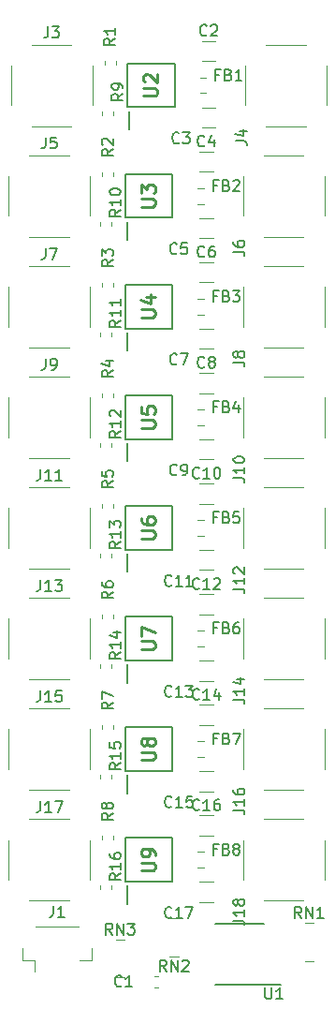
<source format=gto>
G04 #@! TF.GenerationSoftware,KiCad,Pcbnew,(5.1.5-0)*
G04 #@! TF.CreationDate,2021-01-22T06:44:32-07:00*
G04 #@! TF.ProjectId,pmos_board,706d6f73-5f62-46f6-9172-642e6b696361,rev?*
G04 #@! TF.SameCoordinates,Original*
G04 #@! TF.FileFunction,Legend,Top*
G04 #@! TF.FilePolarity,Positive*
%FSLAX46Y46*%
G04 Gerber Fmt 4.6, Leading zero omitted, Abs format (unit mm)*
G04 Created by KiCad (PCBNEW (5.1.5-0)) date 2021-01-22 06:44:32*
%MOMM*%
%LPD*%
G04 APERTURE LIST*
%ADD10C,0.120000*%
%ADD11C,0.200000*%
%ADD12C,0.150000*%
%ADD13C,0.254000*%
G04 APERTURE END LIST*
D10*
X131100000Y-152180000D02*
X130300000Y-152180000D01*
X131100000Y-155620000D02*
X130300000Y-155620000D01*
X130110000Y-143171267D02*
X130110000Y-142828733D01*
X129090000Y-143171267D02*
X129090000Y-142828733D01*
X130110000Y-133171267D02*
X130110000Y-132828733D01*
X129090000Y-133171267D02*
X129090000Y-132828733D01*
X130110000Y-123171267D02*
X130110000Y-122828733D01*
X129090000Y-123171267D02*
X129090000Y-122828733D01*
X130110000Y-113171267D02*
X130110000Y-112828733D01*
X129090000Y-113171267D02*
X129090000Y-112828733D01*
X130110000Y-103171267D02*
X130110000Y-102828733D01*
X129090000Y-103171267D02*
X129090000Y-102828733D01*
X130110000Y-93171267D02*
X130110000Y-92828733D01*
X129090000Y-93171267D02*
X129090000Y-92828733D01*
X130110000Y-83171267D02*
X130110000Y-82828733D01*
X129090000Y-83171267D02*
X129090000Y-82828733D01*
X130310000Y-73171267D02*
X130310000Y-72828733D01*
X129290000Y-73171267D02*
X129290000Y-72828733D01*
X138261252Y-144290000D02*
X137738748Y-144290000D01*
X138261252Y-145710000D02*
X137738748Y-145710000D01*
X138261252Y-134290000D02*
X137738748Y-134290000D01*
X138261252Y-135710000D02*
X137738748Y-135710000D01*
X138261252Y-124290000D02*
X137738748Y-124290000D01*
X138261252Y-125710000D02*
X137738748Y-125710000D01*
X138261252Y-114290000D02*
X137738748Y-114290000D01*
X138261252Y-115710000D02*
X137738748Y-115710000D01*
X138261252Y-104290000D02*
X137738748Y-104290000D01*
X138261252Y-105710000D02*
X137738748Y-105710000D01*
X138261252Y-94290000D02*
X137738748Y-94290000D01*
X138261252Y-95710000D02*
X137738748Y-95710000D01*
X138261252Y-84290000D02*
X137738748Y-84290000D01*
X138261252Y-85710000D02*
X137738748Y-85710000D01*
X138461252Y-74290000D02*
X137938748Y-74290000D01*
X138461252Y-75710000D02*
X137938748Y-75710000D01*
X137897936Y-148810000D02*
X139102064Y-148810000D01*
X137897936Y-146990000D02*
X139102064Y-146990000D01*
X137897936Y-142810000D02*
X139102064Y-142810000D01*
X137897936Y-140990000D02*
X139102064Y-140990000D01*
X137897936Y-138810000D02*
X139102064Y-138810000D01*
X137897936Y-136990000D02*
X139102064Y-136990000D01*
X137897936Y-132810000D02*
X139102064Y-132810000D01*
X137897936Y-130990000D02*
X139102064Y-130990000D01*
X137897936Y-128810000D02*
X139102064Y-128810000D01*
X137897936Y-126990000D02*
X139102064Y-126990000D01*
X137897936Y-122810000D02*
X139102064Y-122810000D01*
X137897936Y-120990000D02*
X139102064Y-120990000D01*
X137897936Y-118810000D02*
X139102064Y-118810000D01*
X137897936Y-116990000D02*
X139102064Y-116990000D01*
X137897936Y-112810000D02*
X139102064Y-112810000D01*
X137897936Y-110990000D02*
X139102064Y-110990000D01*
X137897936Y-108810000D02*
X139102064Y-108810000D01*
X137897936Y-106990000D02*
X139102064Y-106990000D01*
X137897936Y-102810000D02*
X139102064Y-102810000D01*
X137897936Y-100990000D02*
X139102064Y-100990000D01*
X137897936Y-98810000D02*
X139102064Y-98810000D01*
X137897936Y-96990000D02*
X139102064Y-96990000D01*
X137897936Y-92810000D02*
X139102064Y-92810000D01*
X137897936Y-90990000D02*
X139102064Y-90990000D01*
X137897936Y-88810000D02*
X139102064Y-88810000D01*
X137897936Y-86990000D02*
X139102064Y-86990000D01*
X137897936Y-82810000D02*
X139102064Y-82810000D01*
X137897936Y-80990000D02*
X139102064Y-80990000D01*
X138097936Y-78810000D02*
X139302064Y-78810000D01*
X138097936Y-76990000D02*
X139302064Y-76990000D01*
X138097936Y-72810000D02*
X139302064Y-72810000D01*
X138097936Y-70990000D02*
X139302064Y-70990000D01*
D11*
X131150000Y-146975000D02*
X131150000Y-143025000D01*
X131150000Y-143025000D02*
X135450000Y-143025000D01*
X135450000Y-143025000D02*
X135450000Y-146975000D01*
X135450000Y-146975000D02*
X131150000Y-146975000D01*
X131330000Y-148975000D02*
X131330000Y-147325000D01*
X131150000Y-136975000D02*
X131150000Y-133025000D01*
X131150000Y-133025000D02*
X135450000Y-133025000D01*
X135450000Y-133025000D02*
X135450000Y-136975000D01*
X135450000Y-136975000D02*
X131150000Y-136975000D01*
X131330000Y-138975000D02*
X131330000Y-137325000D01*
X131150000Y-126975000D02*
X131150000Y-123025000D01*
X131150000Y-123025000D02*
X135450000Y-123025000D01*
X135450000Y-123025000D02*
X135450000Y-126975000D01*
X135450000Y-126975000D02*
X131150000Y-126975000D01*
X131330000Y-128975000D02*
X131330000Y-127325000D01*
X131150000Y-116975000D02*
X131150000Y-113025000D01*
X131150000Y-113025000D02*
X135450000Y-113025000D01*
X135450000Y-113025000D02*
X135450000Y-116975000D01*
X135450000Y-116975000D02*
X131150000Y-116975000D01*
X131330000Y-118975000D02*
X131330000Y-117325000D01*
X131150000Y-106975000D02*
X131150000Y-103025000D01*
X131150000Y-103025000D02*
X135450000Y-103025000D01*
X135450000Y-103025000D02*
X135450000Y-106975000D01*
X135450000Y-106975000D02*
X131150000Y-106975000D01*
X131330000Y-108975000D02*
X131330000Y-107325000D01*
X131150000Y-96975000D02*
X131150000Y-93025000D01*
X131150000Y-93025000D02*
X135450000Y-93025000D01*
X135450000Y-93025000D02*
X135450000Y-96975000D01*
X135450000Y-96975000D02*
X131150000Y-96975000D01*
X131330000Y-98975000D02*
X131330000Y-97325000D01*
X131150000Y-86975000D02*
X131150000Y-83025000D01*
X131150000Y-83025000D02*
X135450000Y-83025000D01*
X135450000Y-83025000D02*
X135450000Y-86975000D01*
X135450000Y-86975000D02*
X131150000Y-86975000D01*
X131330000Y-88975000D02*
X131330000Y-87325000D01*
X131350000Y-76975000D02*
X131350000Y-73025000D01*
X131350000Y-73025000D02*
X135650000Y-73025000D01*
X135650000Y-73025000D02*
X135650000Y-76975000D01*
X135650000Y-76975000D02*
X131350000Y-76975000D01*
X131530000Y-78975000D02*
X131530000Y-77325000D01*
D10*
X135200000Y-153720000D02*
X136000000Y-153720000D01*
X135200000Y-150280000D02*
X136000000Y-150280000D01*
X148200000Y-150680000D02*
X147400000Y-150680000D01*
X148200000Y-154120000D02*
X147400000Y-154120000D01*
X128890000Y-147328733D02*
X128890000Y-147671267D01*
X129910000Y-147328733D02*
X129910000Y-147671267D01*
X128890000Y-137328733D02*
X128890000Y-137671267D01*
X129910000Y-137328733D02*
X129910000Y-137671267D01*
X128890000Y-127328733D02*
X128890000Y-127671267D01*
X129910000Y-127328733D02*
X129910000Y-127671267D01*
X128890000Y-117328733D02*
X128890000Y-117671267D01*
X129910000Y-117328733D02*
X129910000Y-117671267D01*
X128890000Y-107328733D02*
X128890000Y-107671267D01*
X129910000Y-107328733D02*
X129910000Y-107671267D01*
X128890000Y-97328733D02*
X128890000Y-97671267D01*
X129910000Y-97328733D02*
X129910000Y-97671267D01*
X128890000Y-87328733D02*
X128890000Y-87671267D01*
X129910000Y-87328733D02*
X129910000Y-87671267D01*
X129090000Y-77328733D02*
X129090000Y-77671267D01*
X130110000Y-77328733D02*
X130110000Y-77671267D01*
X123060000Y-150990000D02*
X126940000Y-150990000D01*
X128110000Y-154110000D02*
X127060000Y-154110000D01*
X128110000Y-152960000D02*
X128110000Y-154110000D01*
X122940000Y-154110000D02*
X122940000Y-155100000D01*
X121890000Y-154110000D02*
X122940000Y-154110000D01*
X121890000Y-152960000D02*
X121890000Y-154110000D01*
D12*
X145275000Y-156300000D02*
X139300000Y-156300000D01*
X143700000Y-150775000D02*
X139300000Y-150775000D01*
D10*
X141820000Y-146800000D02*
X141820000Y-143200000D01*
X149180000Y-146800000D02*
X149180000Y-143200000D01*
X143700000Y-141320000D02*
X147300000Y-141320000D01*
X143700000Y-148680000D02*
X147300000Y-148680000D01*
X122500000Y-141320000D02*
X126100000Y-141320000D01*
X122500000Y-148680000D02*
X126100000Y-148680000D01*
X127980000Y-143200000D02*
X127980000Y-146800000D01*
X120620000Y-143200000D02*
X120620000Y-146800000D01*
X141820000Y-136800000D02*
X141820000Y-133200000D01*
X149180000Y-136800000D02*
X149180000Y-133200000D01*
X143700000Y-131320000D02*
X147300000Y-131320000D01*
X143700000Y-138680000D02*
X147300000Y-138680000D01*
X122500000Y-131320000D02*
X126100000Y-131320000D01*
X122500000Y-138680000D02*
X126100000Y-138680000D01*
X127980000Y-133200000D02*
X127980000Y-136800000D01*
X120620000Y-133200000D02*
X120620000Y-136800000D01*
X141820000Y-126800000D02*
X141820000Y-123200000D01*
X149180000Y-126800000D02*
X149180000Y-123200000D01*
X143700000Y-121320000D02*
X147300000Y-121320000D01*
X143700000Y-128680000D02*
X147300000Y-128680000D01*
X122500000Y-121320000D02*
X126100000Y-121320000D01*
X122500000Y-128680000D02*
X126100000Y-128680000D01*
X127980000Y-123200000D02*
X127980000Y-126800000D01*
X120620000Y-123200000D02*
X120620000Y-126800000D01*
X141820000Y-116800000D02*
X141820000Y-113200000D01*
X149180000Y-116800000D02*
X149180000Y-113200000D01*
X143700000Y-111320000D02*
X147300000Y-111320000D01*
X143700000Y-118680000D02*
X147300000Y-118680000D01*
X122500000Y-111320000D02*
X126100000Y-111320000D01*
X122500000Y-118680000D02*
X126100000Y-118680000D01*
X127980000Y-113200000D02*
X127980000Y-116800000D01*
X120620000Y-113200000D02*
X120620000Y-116800000D01*
X141820000Y-106800000D02*
X141820000Y-103200000D01*
X149180000Y-106800000D02*
X149180000Y-103200000D01*
X143700000Y-101320000D02*
X147300000Y-101320000D01*
X143700000Y-108680000D02*
X147300000Y-108680000D01*
X122500000Y-101320000D02*
X126100000Y-101320000D01*
X122500000Y-108680000D02*
X126100000Y-108680000D01*
X127980000Y-103200000D02*
X127980000Y-106800000D01*
X120620000Y-103200000D02*
X120620000Y-106800000D01*
X141820000Y-96800000D02*
X141820000Y-93200000D01*
X149180000Y-96800000D02*
X149180000Y-93200000D01*
X143700000Y-91320000D02*
X147300000Y-91320000D01*
X143700000Y-98680000D02*
X147300000Y-98680000D01*
X122500000Y-91320000D02*
X126100000Y-91320000D01*
X122500000Y-98680000D02*
X126100000Y-98680000D01*
X127980000Y-93200000D02*
X127980000Y-96800000D01*
X120620000Y-93200000D02*
X120620000Y-96800000D01*
X141820000Y-86800000D02*
X141820000Y-83200000D01*
X149180000Y-86800000D02*
X149180000Y-83200000D01*
X143700000Y-81320000D02*
X147300000Y-81320000D01*
X143700000Y-88680000D02*
X147300000Y-88680000D01*
X122500000Y-81320000D02*
X126100000Y-81320000D01*
X122500000Y-88680000D02*
X126100000Y-88680000D01*
X127980000Y-83200000D02*
X127980000Y-86800000D01*
X120620000Y-83200000D02*
X120620000Y-86800000D01*
X142020000Y-76800000D02*
X142020000Y-73200000D01*
X149380000Y-76800000D02*
X149380000Y-73200000D01*
X143900000Y-71320000D02*
X147500000Y-71320000D01*
X143900000Y-78680000D02*
X147500000Y-78680000D01*
X122700000Y-71320000D02*
X126300000Y-71320000D01*
X122700000Y-78680000D02*
X126300000Y-78680000D01*
X128180000Y-73200000D02*
X128180000Y-76800000D01*
X120820000Y-73200000D02*
X120820000Y-76800000D01*
X133828733Y-156510000D02*
X134171267Y-156510000D01*
X133828733Y-155490000D02*
X134171267Y-155490000D01*
D12*
X130009523Y-151752380D02*
X129676190Y-151276190D01*
X129438095Y-151752380D02*
X129438095Y-150752380D01*
X129819047Y-150752380D01*
X129914285Y-150800000D01*
X129961904Y-150847619D01*
X130009523Y-150942857D01*
X130009523Y-151085714D01*
X129961904Y-151180952D01*
X129914285Y-151228571D01*
X129819047Y-151276190D01*
X129438095Y-151276190D01*
X130438095Y-151752380D02*
X130438095Y-150752380D01*
X131009523Y-151752380D01*
X131009523Y-150752380D01*
X131390476Y-150752380D02*
X132009523Y-150752380D01*
X131676190Y-151133333D01*
X131819047Y-151133333D01*
X131914285Y-151180952D01*
X131961904Y-151228571D01*
X132009523Y-151323809D01*
X132009523Y-151561904D01*
X131961904Y-151657142D01*
X131914285Y-151704761D01*
X131819047Y-151752380D01*
X131533333Y-151752380D01*
X131438095Y-151704761D01*
X131390476Y-151657142D01*
X130052380Y-140766666D02*
X129576190Y-141100000D01*
X130052380Y-141338095D02*
X129052380Y-141338095D01*
X129052380Y-140957142D01*
X129100000Y-140861904D01*
X129147619Y-140814285D01*
X129242857Y-140766666D01*
X129385714Y-140766666D01*
X129480952Y-140814285D01*
X129528571Y-140861904D01*
X129576190Y-140957142D01*
X129576190Y-141338095D01*
X129480952Y-140195238D02*
X129433333Y-140290476D01*
X129385714Y-140338095D01*
X129290476Y-140385714D01*
X129242857Y-140385714D01*
X129147619Y-140338095D01*
X129100000Y-140290476D01*
X129052380Y-140195238D01*
X129052380Y-140004761D01*
X129100000Y-139909523D01*
X129147619Y-139861904D01*
X129242857Y-139814285D01*
X129290476Y-139814285D01*
X129385714Y-139861904D01*
X129433333Y-139909523D01*
X129480952Y-140004761D01*
X129480952Y-140195238D01*
X129528571Y-140290476D01*
X129576190Y-140338095D01*
X129671428Y-140385714D01*
X129861904Y-140385714D01*
X129957142Y-140338095D01*
X130004761Y-140290476D01*
X130052380Y-140195238D01*
X130052380Y-140004761D01*
X130004761Y-139909523D01*
X129957142Y-139861904D01*
X129861904Y-139814285D01*
X129671428Y-139814285D01*
X129576190Y-139861904D01*
X129528571Y-139909523D01*
X129480952Y-140004761D01*
X130052380Y-130766666D02*
X129576190Y-131100000D01*
X130052380Y-131338095D02*
X129052380Y-131338095D01*
X129052380Y-130957142D01*
X129100000Y-130861904D01*
X129147619Y-130814285D01*
X129242857Y-130766666D01*
X129385714Y-130766666D01*
X129480952Y-130814285D01*
X129528571Y-130861904D01*
X129576190Y-130957142D01*
X129576190Y-131338095D01*
X129052380Y-130433333D02*
X129052380Y-129766666D01*
X130052380Y-130195238D01*
X130052380Y-120766666D02*
X129576190Y-121100000D01*
X130052380Y-121338095D02*
X129052380Y-121338095D01*
X129052380Y-120957142D01*
X129100000Y-120861904D01*
X129147619Y-120814285D01*
X129242857Y-120766666D01*
X129385714Y-120766666D01*
X129480952Y-120814285D01*
X129528571Y-120861904D01*
X129576190Y-120957142D01*
X129576190Y-121338095D01*
X129052380Y-119909523D02*
X129052380Y-120100000D01*
X129100000Y-120195238D01*
X129147619Y-120242857D01*
X129290476Y-120338095D01*
X129480952Y-120385714D01*
X129861904Y-120385714D01*
X129957142Y-120338095D01*
X130004761Y-120290476D01*
X130052380Y-120195238D01*
X130052380Y-120004761D01*
X130004761Y-119909523D01*
X129957142Y-119861904D01*
X129861904Y-119814285D01*
X129623809Y-119814285D01*
X129528571Y-119861904D01*
X129480952Y-119909523D01*
X129433333Y-120004761D01*
X129433333Y-120195238D01*
X129480952Y-120290476D01*
X129528571Y-120338095D01*
X129623809Y-120385714D01*
X130052380Y-110766666D02*
X129576190Y-111100000D01*
X130052380Y-111338095D02*
X129052380Y-111338095D01*
X129052380Y-110957142D01*
X129100000Y-110861904D01*
X129147619Y-110814285D01*
X129242857Y-110766666D01*
X129385714Y-110766666D01*
X129480952Y-110814285D01*
X129528571Y-110861904D01*
X129576190Y-110957142D01*
X129576190Y-111338095D01*
X129052380Y-109861904D02*
X129052380Y-110338095D01*
X129528571Y-110385714D01*
X129480952Y-110338095D01*
X129433333Y-110242857D01*
X129433333Y-110004761D01*
X129480952Y-109909523D01*
X129528571Y-109861904D01*
X129623809Y-109814285D01*
X129861904Y-109814285D01*
X129957142Y-109861904D01*
X130004761Y-109909523D01*
X130052380Y-110004761D01*
X130052380Y-110242857D01*
X130004761Y-110338095D01*
X129957142Y-110385714D01*
X130052380Y-100766666D02*
X129576190Y-101100000D01*
X130052380Y-101338095D02*
X129052380Y-101338095D01*
X129052380Y-100957142D01*
X129100000Y-100861904D01*
X129147619Y-100814285D01*
X129242857Y-100766666D01*
X129385714Y-100766666D01*
X129480952Y-100814285D01*
X129528571Y-100861904D01*
X129576190Y-100957142D01*
X129576190Y-101338095D01*
X129385714Y-99909523D02*
X130052380Y-99909523D01*
X129004761Y-100147619D02*
X129719047Y-100385714D01*
X129719047Y-99766666D01*
X130052380Y-90766666D02*
X129576190Y-91100000D01*
X130052380Y-91338095D02*
X129052380Y-91338095D01*
X129052380Y-90957142D01*
X129100000Y-90861904D01*
X129147619Y-90814285D01*
X129242857Y-90766666D01*
X129385714Y-90766666D01*
X129480952Y-90814285D01*
X129528571Y-90861904D01*
X129576190Y-90957142D01*
X129576190Y-91338095D01*
X129052380Y-90433333D02*
X129052380Y-89814285D01*
X129433333Y-90147619D01*
X129433333Y-90004761D01*
X129480952Y-89909523D01*
X129528571Y-89861904D01*
X129623809Y-89814285D01*
X129861904Y-89814285D01*
X129957142Y-89861904D01*
X130004761Y-89909523D01*
X130052380Y-90004761D01*
X130052380Y-90290476D01*
X130004761Y-90385714D01*
X129957142Y-90433333D01*
X130052380Y-80766666D02*
X129576190Y-81100000D01*
X130052380Y-81338095D02*
X129052380Y-81338095D01*
X129052380Y-80957142D01*
X129100000Y-80861904D01*
X129147619Y-80814285D01*
X129242857Y-80766666D01*
X129385714Y-80766666D01*
X129480952Y-80814285D01*
X129528571Y-80861904D01*
X129576190Y-80957142D01*
X129576190Y-81338095D01*
X129147619Y-80385714D02*
X129100000Y-80338095D01*
X129052380Y-80242857D01*
X129052380Y-80004761D01*
X129100000Y-79909523D01*
X129147619Y-79861904D01*
X129242857Y-79814285D01*
X129338095Y-79814285D01*
X129480952Y-79861904D01*
X130052380Y-80433333D01*
X130052380Y-79814285D01*
X130252380Y-70766666D02*
X129776190Y-71100000D01*
X130252380Y-71338095D02*
X129252380Y-71338095D01*
X129252380Y-70957142D01*
X129300000Y-70861904D01*
X129347619Y-70814285D01*
X129442857Y-70766666D01*
X129585714Y-70766666D01*
X129680952Y-70814285D01*
X129728571Y-70861904D01*
X129776190Y-70957142D01*
X129776190Y-71338095D01*
X130252380Y-69814285D02*
X130252380Y-70385714D01*
X130252380Y-70100000D02*
X129252380Y-70100000D01*
X129395238Y-70195238D01*
X129490476Y-70290476D01*
X129538095Y-70385714D01*
X139466666Y-144028571D02*
X139133333Y-144028571D01*
X139133333Y-144552380D02*
X139133333Y-143552380D01*
X139609523Y-143552380D01*
X140323809Y-144028571D02*
X140466666Y-144076190D01*
X140514285Y-144123809D01*
X140561904Y-144219047D01*
X140561904Y-144361904D01*
X140514285Y-144457142D01*
X140466666Y-144504761D01*
X140371428Y-144552380D01*
X139990476Y-144552380D01*
X139990476Y-143552380D01*
X140323809Y-143552380D01*
X140419047Y-143600000D01*
X140466666Y-143647619D01*
X140514285Y-143742857D01*
X140514285Y-143838095D01*
X140466666Y-143933333D01*
X140419047Y-143980952D01*
X140323809Y-144028571D01*
X139990476Y-144028571D01*
X141133333Y-143980952D02*
X141038095Y-143933333D01*
X140990476Y-143885714D01*
X140942857Y-143790476D01*
X140942857Y-143742857D01*
X140990476Y-143647619D01*
X141038095Y-143600000D01*
X141133333Y-143552380D01*
X141323809Y-143552380D01*
X141419047Y-143600000D01*
X141466666Y-143647619D01*
X141514285Y-143742857D01*
X141514285Y-143790476D01*
X141466666Y-143885714D01*
X141419047Y-143933333D01*
X141323809Y-143980952D01*
X141133333Y-143980952D01*
X141038095Y-144028571D01*
X140990476Y-144076190D01*
X140942857Y-144171428D01*
X140942857Y-144361904D01*
X140990476Y-144457142D01*
X141038095Y-144504761D01*
X141133333Y-144552380D01*
X141323809Y-144552380D01*
X141419047Y-144504761D01*
X141466666Y-144457142D01*
X141514285Y-144361904D01*
X141514285Y-144171428D01*
X141466666Y-144076190D01*
X141419047Y-144028571D01*
X141323809Y-143980952D01*
X139466666Y-134028571D02*
X139133333Y-134028571D01*
X139133333Y-134552380D02*
X139133333Y-133552380D01*
X139609523Y-133552380D01*
X140323809Y-134028571D02*
X140466666Y-134076190D01*
X140514285Y-134123809D01*
X140561904Y-134219047D01*
X140561904Y-134361904D01*
X140514285Y-134457142D01*
X140466666Y-134504761D01*
X140371428Y-134552380D01*
X139990476Y-134552380D01*
X139990476Y-133552380D01*
X140323809Y-133552380D01*
X140419047Y-133600000D01*
X140466666Y-133647619D01*
X140514285Y-133742857D01*
X140514285Y-133838095D01*
X140466666Y-133933333D01*
X140419047Y-133980952D01*
X140323809Y-134028571D01*
X139990476Y-134028571D01*
X140895238Y-133552380D02*
X141561904Y-133552380D01*
X141133333Y-134552380D01*
X139466666Y-124028571D02*
X139133333Y-124028571D01*
X139133333Y-124552380D02*
X139133333Y-123552380D01*
X139609523Y-123552380D01*
X140323809Y-124028571D02*
X140466666Y-124076190D01*
X140514285Y-124123809D01*
X140561904Y-124219047D01*
X140561904Y-124361904D01*
X140514285Y-124457142D01*
X140466666Y-124504761D01*
X140371428Y-124552380D01*
X139990476Y-124552380D01*
X139990476Y-123552380D01*
X140323809Y-123552380D01*
X140419047Y-123600000D01*
X140466666Y-123647619D01*
X140514285Y-123742857D01*
X140514285Y-123838095D01*
X140466666Y-123933333D01*
X140419047Y-123980952D01*
X140323809Y-124028571D01*
X139990476Y-124028571D01*
X141419047Y-123552380D02*
X141228571Y-123552380D01*
X141133333Y-123600000D01*
X141085714Y-123647619D01*
X140990476Y-123790476D01*
X140942857Y-123980952D01*
X140942857Y-124361904D01*
X140990476Y-124457142D01*
X141038095Y-124504761D01*
X141133333Y-124552380D01*
X141323809Y-124552380D01*
X141419047Y-124504761D01*
X141466666Y-124457142D01*
X141514285Y-124361904D01*
X141514285Y-124123809D01*
X141466666Y-124028571D01*
X141419047Y-123980952D01*
X141323809Y-123933333D01*
X141133333Y-123933333D01*
X141038095Y-123980952D01*
X140990476Y-124028571D01*
X140942857Y-124123809D01*
X139466666Y-114028571D02*
X139133333Y-114028571D01*
X139133333Y-114552380D02*
X139133333Y-113552380D01*
X139609523Y-113552380D01*
X140323809Y-114028571D02*
X140466666Y-114076190D01*
X140514285Y-114123809D01*
X140561904Y-114219047D01*
X140561904Y-114361904D01*
X140514285Y-114457142D01*
X140466666Y-114504761D01*
X140371428Y-114552380D01*
X139990476Y-114552380D01*
X139990476Y-113552380D01*
X140323809Y-113552380D01*
X140419047Y-113600000D01*
X140466666Y-113647619D01*
X140514285Y-113742857D01*
X140514285Y-113838095D01*
X140466666Y-113933333D01*
X140419047Y-113980952D01*
X140323809Y-114028571D01*
X139990476Y-114028571D01*
X141466666Y-113552380D02*
X140990476Y-113552380D01*
X140942857Y-114028571D01*
X140990476Y-113980952D01*
X141085714Y-113933333D01*
X141323809Y-113933333D01*
X141419047Y-113980952D01*
X141466666Y-114028571D01*
X141514285Y-114123809D01*
X141514285Y-114361904D01*
X141466666Y-114457142D01*
X141419047Y-114504761D01*
X141323809Y-114552380D01*
X141085714Y-114552380D01*
X140990476Y-114504761D01*
X140942857Y-114457142D01*
X139466666Y-104028571D02*
X139133333Y-104028571D01*
X139133333Y-104552380D02*
X139133333Y-103552380D01*
X139609523Y-103552380D01*
X140323809Y-104028571D02*
X140466666Y-104076190D01*
X140514285Y-104123809D01*
X140561904Y-104219047D01*
X140561904Y-104361904D01*
X140514285Y-104457142D01*
X140466666Y-104504761D01*
X140371428Y-104552380D01*
X139990476Y-104552380D01*
X139990476Y-103552380D01*
X140323809Y-103552380D01*
X140419047Y-103600000D01*
X140466666Y-103647619D01*
X140514285Y-103742857D01*
X140514285Y-103838095D01*
X140466666Y-103933333D01*
X140419047Y-103980952D01*
X140323809Y-104028571D01*
X139990476Y-104028571D01*
X141419047Y-103885714D02*
X141419047Y-104552380D01*
X141180952Y-103504761D02*
X140942857Y-104219047D01*
X141561904Y-104219047D01*
X139466666Y-94028571D02*
X139133333Y-94028571D01*
X139133333Y-94552380D02*
X139133333Y-93552380D01*
X139609523Y-93552380D01*
X140323809Y-94028571D02*
X140466666Y-94076190D01*
X140514285Y-94123809D01*
X140561904Y-94219047D01*
X140561904Y-94361904D01*
X140514285Y-94457142D01*
X140466666Y-94504761D01*
X140371428Y-94552380D01*
X139990476Y-94552380D01*
X139990476Y-93552380D01*
X140323809Y-93552380D01*
X140419047Y-93600000D01*
X140466666Y-93647619D01*
X140514285Y-93742857D01*
X140514285Y-93838095D01*
X140466666Y-93933333D01*
X140419047Y-93980952D01*
X140323809Y-94028571D01*
X139990476Y-94028571D01*
X140895238Y-93552380D02*
X141514285Y-93552380D01*
X141180952Y-93933333D01*
X141323809Y-93933333D01*
X141419047Y-93980952D01*
X141466666Y-94028571D01*
X141514285Y-94123809D01*
X141514285Y-94361904D01*
X141466666Y-94457142D01*
X141419047Y-94504761D01*
X141323809Y-94552380D01*
X141038095Y-94552380D01*
X140942857Y-94504761D01*
X140895238Y-94457142D01*
X139466666Y-84028571D02*
X139133333Y-84028571D01*
X139133333Y-84552380D02*
X139133333Y-83552380D01*
X139609523Y-83552380D01*
X140323809Y-84028571D02*
X140466666Y-84076190D01*
X140514285Y-84123809D01*
X140561904Y-84219047D01*
X140561904Y-84361904D01*
X140514285Y-84457142D01*
X140466666Y-84504761D01*
X140371428Y-84552380D01*
X139990476Y-84552380D01*
X139990476Y-83552380D01*
X140323809Y-83552380D01*
X140419047Y-83600000D01*
X140466666Y-83647619D01*
X140514285Y-83742857D01*
X140514285Y-83838095D01*
X140466666Y-83933333D01*
X140419047Y-83980952D01*
X140323809Y-84028571D01*
X139990476Y-84028571D01*
X140942857Y-83647619D02*
X140990476Y-83600000D01*
X141085714Y-83552380D01*
X141323809Y-83552380D01*
X141419047Y-83600000D01*
X141466666Y-83647619D01*
X141514285Y-83742857D01*
X141514285Y-83838095D01*
X141466666Y-83980952D01*
X140895238Y-84552380D01*
X141514285Y-84552380D01*
X139666666Y-74028571D02*
X139333333Y-74028571D01*
X139333333Y-74552380D02*
X139333333Y-73552380D01*
X139809523Y-73552380D01*
X140523809Y-74028571D02*
X140666666Y-74076190D01*
X140714285Y-74123809D01*
X140761904Y-74219047D01*
X140761904Y-74361904D01*
X140714285Y-74457142D01*
X140666666Y-74504761D01*
X140571428Y-74552380D01*
X140190476Y-74552380D01*
X140190476Y-73552380D01*
X140523809Y-73552380D01*
X140619047Y-73600000D01*
X140666666Y-73647619D01*
X140714285Y-73742857D01*
X140714285Y-73838095D01*
X140666666Y-73933333D01*
X140619047Y-73980952D01*
X140523809Y-74028571D01*
X140190476Y-74028571D01*
X141714285Y-74552380D02*
X141142857Y-74552380D01*
X141428571Y-74552380D02*
X141428571Y-73552380D01*
X141333333Y-73695238D01*
X141238095Y-73790476D01*
X141142857Y-73838095D01*
X135357142Y-150157142D02*
X135309523Y-150204761D01*
X135166666Y-150252380D01*
X135071428Y-150252380D01*
X134928571Y-150204761D01*
X134833333Y-150109523D01*
X134785714Y-150014285D01*
X134738095Y-149823809D01*
X134738095Y-149680952D01*
X134785714Y-149490476D01*
X134833333Y-149395238D01*
X134928571Y-149300000D01*
X135071428Y-149252380D01*
X135166666Y-149252380D01*
X135309523Y-149300000D01*
X135357142Y-149347619D01*
X136309523Y-150252380D02*
X135738095Y-150252380D01*
X136023809Y-150252380D02*
X136023809Y-149252380D01*
X135928571Y-149395238D01*
X135833333Y-149490476D01*
X135738095Y-149538095D01*
X136642857Y-149252380D02*
X137309523Y-149252380D01*
X136880952Y-150252380D01*
X137857142Y-140437142D02*
X137809523Y-140484761D01*
X137666666Y-140532380D01*
X137571428Y-140532380D01*
X137428571Y-140484761D01*
X137333333Y-140389523D01*
X137285714Y-140294285D01*
X137238095Y-140103809D01*
X137238095Y-139960952D01*
X137285714Y-139770476D01*
X137333333Y-139675238D01*
X137428571Y-139580000D01*
X137571428Y-139532380D01*
X137666666Y-139532380D01*
X137809523Y-139580000D01*
X137857142Y-139627619D01*
X138809523Y-140532380D02*
X138238095Y-140532380D01*
X138523809Y-140532380D02*
X138523809Y-139532380D01*
X138428571Y-139675238D01*
X138333333Y-139770476D01*
X138238095Y-139818095D01*
X139666666Y-139532380D02*
X139476190Y-139532380D01*
X139380952Y-139580000D01*
X139333333Y-139627619D01*
X139238095Y-139770476D01*
X139190476Y-139960952D01*
X139190476Y-140341904D01*
X139238095Y-140437142D01*
X139285714Y-140484761D01*
X139380952Y-140532380D01*
X139571428Y-140532380D01*
X139666666Y-140484761D01*
X139714285Y-140437142D01*
X139761904Y-140341904D01*
X139761904Y-140103809D01*
X139714285Y-140008571D01*
X139666666Y-139960952D01*
X139571428Y-139913333D01*
X139380952Y-139913333D01*
X139285714Y-139960952D01*
X139238095Y-140008571D01*
X139190476Y-140103809D01*
X135357142Y-140157142D02*
X135309523Y-140204761D01*
X135166666Y-140252380D01*
X135071428Y-140252380D01*
X134928571Y-140204761D01*
X134833333Y-140109523D01*
X134785714Y-140014285D01*
X134738095Y-139823809D01*
X134738095Y-139680952D01*
X134785714Y-139490476D01*
X134833333Y-139395238D01*
X134928571Y-139300000D01*
X135071428Y-139252380D01*
X135166666Y-139252380D01*
X135309523Y-139300000D01*
X135357142Y-139347619D01*
X136309523Y-140252380D02*
X135738095Y-140252380D01*
X136023809Y-140252380D02*
X136023809Y-139252380D01*
X135928571Y-139395238D01*
X135833333Y-139490476D01*
X135738095Y-139538095D01*
X137214285Y-139252380D02*
X136738095Y-139252380D01*
X136690476Y-139728571D01*
X136738095Y-139680952D01*
X136833333Y-139633333D01*
X137071428Y-139633333D01*
X137166666Y-139680952D01*
X137214285Y-139728571D01*
X137261904Y-139823809D01*
X137261904Y-140061904D01*
X137214285Y-140157142D01*
X137166666Y-140204761D01*
X137071428Y-140252380D01*
X136833333Y-140252380D01*
X136738095Y-140204761D01*
X136690476Y-140157142D01*
X137857142Y-130437142D02*
X137809523Y-130484761D01*
X137666666Y-130532380D01*
X137571428Y-130532380D01*
X137428571Y-130484761D01*
X137333333Y-130389523D01*
X137285714Y-130294285D01*
X137238095Y-130103809D01*
X137238095Y-129960952D01*
X137285714Y-129770476D01*
X137333333Y-129675238D01*
X137428571Y-129580000D01*
X137571428Y-129532380D01*
X137666666Y-129532380D01*
X137809523Y-129580000D01*
X137857142Y-129627619D01*
X138809523Y-130532380D02*
X138238095Y-130532380D01*
X138523809Y-130532380D02*
X138523809Y-129532380D01*
X138428571Y-129675238D01*
X138333333Y-129770476D01*
X138238095Y-129818095D01*
X139666666Y-129865714D02*
X139666666Y-130532380D01*
X139428571Y-129484761D02*
X139190476Y-130199047D01*
X139809523Y-130199047D01*
X135357142Y-130157142D02*
X135309523Y-130204761D01*
X135166666Y-130252380D01*
X135071428Y-130252380D01*
X134928571Y-130204761D01*
X134833333Y-130109523D01*
X134785714Y-130014285D01*
X134738095Y-129823809D01*
X134738095Y-129680952D01*
X134785714Y-129490476D01*
X134833333Y-129395238D01*
X134928571Y-129300000D01*
X135071428Y-129252380D01*
X135166666Y-129252380D01*
X135309523Y-129300000D01*
X135357142Y-129347619D01*
X136309523Y-130252380D02*
X135738095Y-130252380D01*
X136023809Y-130252380D02*
X136023809Y-129252380D01*
X135928571Y-129395238D01*
X135833333Y-129490476D01*
X135738095Y-129538095D01*
X136642857Y-129252380D02*
X137261904Y-129252380D01*
X136928571Y-129633333D01*
X137071428Y-129633333D01*
X137166666Y-129680952D01*
X137214285Y-129728571D01*
X137261904Y-129823809D01*
X137261904Y-130061904D01*
X137214285Y-130157142D01*
X137166666Y-130204761D01*
X137071428Y-130252380D01*
X136785714Y-130252380D01*
X136690476Y-130204761D01*
X136642857Y-130157142D01*
X137857142Y-120437142D02*
X137809523Y-120484761D01*
X137666666Y-120532380D01*
X137571428Y-120532380D01*
X137428571Y-120484761D01*
X137333333Y-120389523D01*
X137285714Y-120294285D01*
X137238095Y-120103809D01*
X137238095Y-119960952D01*
X137285714Y-119770476D01*
X137333333Y-119675238D01*
X137428571Y-119580000D01*
X137571428Y-119532380D01*
X137666666Y-119532380D01*
X137809523Y-119580000D01*
X137857142Y-119627619D01*
X138809523Y-120532380D02*
X138238095Y-120532380D01*
X138523809Y-120532380D02*
X138523809Y-119532380D01*
X138428571Y-119675238D01*
X138333333Y-119770476D01*
X138238095Y-119818095D01*
X139190476Y-119627619D02*
X139238095Y-119580000D01*
X139333333Y-119532380D01*
X139571428Y-119532380D01*
X139666666Y-119580000D01*
X139714285Y-119627619D01*
X139761904Y-119722857D01*
X139761904Y-119818095D01*
X139714285Y-119960952D01*
X139142857Y-120532380D01*
X139761904Y-120532380D01*
X135357142Y-120157142D02*
X135309523Y-120204761D01*
X135166666Y-120252380D01*
X135071428Y-120252380D01*
X134928571Y-120204761D01*
X134833333Y-120109523D01*
X134785714Y-120014285D01*
X134738095Y-119823809D01*
X134738095Y-119680952D01*
X134785714Y-119490476D01*
X134833333Y-119395238D01*
X134928571Y-119300000D01*
X135071428Y-119252380D01*
X135166666Y-119252380D01*
X135309523Y-119300000D01*
X135357142Y-119347619D01*
X136309523Y-120252380D02*
X135738095Y-120252380D01*
X136023809Y-120252380D02*
X136023809Y-119252380D01*
X135928571Y-119395238D01*
X135833333Y-119490476D01*
X135738095Y-119538095D01*
X137261904Y-120252380D02*
X136690476Y-120252380D01*
X136976190Y-120252380D02*
X136976190Y-119252380D01*
X136880952Y-119395238D01*
X136785714Y-119490476D01*
X136690476Y-119538095D01*
X137857142Y-110437142D02*
X137809523Y-110484761D01*
X137666666Y-110532380D01*
X137571428Y-110532380D01*
X137428571Y-110484761D01*
X137333333Y-110389523D01*
X137285714Y-110294285D01*
X137238095Y-110103809D01*
X137238095Y-109960952D01*
X137285714Y-109770476D01*
X137333333Y-109675238D01*
X137428571Y-109580000D01*
X137571428Y-109532380D01*
X137666666Y-109532380D01*
X137809523Y-109580000D01*
X137857142Y-109627619D01*
X138809523Y-110532380D02*
X138238095Y-110532380D01*
X138523809Y-110532380D02*
X138523809Y-109532380D01*
X138428571Y-109675238D01*
X138333333Y-109770476D01*
X138238095Y-109818095D01*
X139428571Y-109532380D02*
X139523809Y-109532380D01*
X139619047Y-109580000D01*
X139666666Y-109627619D01*
X139714285Y-109722857D01*
X139761904Y-109913333D01*
X139761904Y-110151428D01*
X139714285Y-110341904D01*
X139666666Y-110437142D01*
X139619047Y-110484761D01*
X139523809Y-110532380D01*
X139428571Y-110532380D01*
X139333333Y-110484761D01*
X139285714Y-110437142D01*
X139238095Y-110341904D01*
X139190476Y-110151428D01*
X139190476Y-109913333D01*
X139238095Y-109722857D01*
X139285714Y-109627619D01*
X139333333Y-109580000D01*
X139428571Y-109532380D01*
X135833333Y-110157142D02*
X135785714Y-110204761D01*
X135642857Y-110252380D01*
X135547619Y-110252380D01*
X135404761Y-110204761D01*
X135309523Y-110109523D01*
X135261904Y-110014285D01*
X135214285Y-109823809D01*
X135214285Y-109680952D01*
X135261904Y-109490476D01*
X135309523Y-109395238D01*
X135404761Y-109300000D01*
X135547619Y-109252380D01*
X135642857Y-109252380D01*
X135785714Y-109300000D01*
X135833333Y-109347619D01*
X136309523Y-110252380D02*
X136500000Y-110252380D01*
X136595238Y-110204761D01*
X136642857Y-110157142D01*
X136738095Y-110014285D01*
X136785714Y-109823809D01*
X136785714Y-109442857D01*
X136738095Y-109347619D01*
X136690476Y-109300000D01*
X136595238Y-109252380D01*
X136404761Y-109252380D01*
X136309523Y-109300000D01*
X136261904Y-109347619D01*
X136214285Y-109442857D01*
X136214285Y-109680952D01*
X136261904Y-109776190D01*
X136309523Y-109823809D01*
X136404761Y-109871428D01*
X136595238Y-109871428D01*
X136690476Y-109823809D01*
X136738095Y-109776190D01*
X136785714Y-109680952D01*
X138333333Y-100437142D02*
X138285714Y-100484761D01*
X138142857Y-100532380D01*
X138047619Y-100532380D01*
X137904761Y-100484761D01*
X137809523Y-100389523D01*
X137761904Y-100294285D01*
X137714285Y-100103809D01*
X137714285Y-99960952D01*
X137761904Y-99770476D01*
X137809523Y-99675238D01*
X137904761Y-99580000D01*
X138047619Y-99532380D01*
X138142857Y-99532380D01*
X138285714Y-99580000D01*
X138333333Y-99627619D01*
X138904761Y-99960952D02*
X138809523Y-99913333D01*
X138761904Y-99865714D01*
X138714285Y-99770476D01*
X138714285Y-99722857D01*
X138761904Y-99627619D01*
X138809523Y-99580000D01*
X138904761Y-99532380D01*
X139095238Y-99532380D01*
X139190476Y-99580000D01*
X139238095Y-99627619D01*
X139285714Y-99722857D01*
X139285714Y-99770476D01*
X139238095Y-99865714D01*
X139190476Y-99913333D01*
X139095238Y-99960952D01*
X138904761Y-99960952D01*
X138809523Y-100008571D01*
X138761904Y-100056190D01*
X138714285Y-100151428D01*
X138714285Y-100341904D01*
X138761904Y-100437142D01*
X138809523Y-100484761D01*
X138904761Y-100532380D01*
X139095238Y-100532380D01*
X139190476Y-100484761D01*
X139238095Y-100437142D01*
X139285714Y-100341904D01*
X139285714Y-100151428D01*
X139238095Y-100056190D01*
X139190476Y-100008571D01*
X139095238Y-99960952D01*
X135833333Y-100157142D02*
X135785714Y-100204761D01*
X135642857Y-100252380D01*
X135547619Y-100252380D01*
X135404761Y-100204761D01*
X135309523Y-100109523D01*
X135261904Y-100014285D01*
X135214285Y-99823809D01*
X135214285Y-99680952D01*
X135261904Y-99490476D01*
X135309523Y-99395238D01*
X135404761Y-99300000D01*
X135547619Y-99252380D01*
X135642857Y-99252380D01*
X135785714Y-99300000D01*
X135833333Y-99347619D01*
X136166666Y-99252380D02*
X136833333Y-99252380D01*
X136404761Y-100252380D01*
X138333333Y-90437142D02*
X138285714Y-90484761D01*
X138142857Y-90532380D01*
X138047619Y-90532380D01*
X137904761Y-90484761D01*
X137809523Y-90389523D01*
X137761904Y-90294285D01*
X137714285Y-90103809D01*
X137714285Y-89960952D01*
X137761904Y-89770476D01*
X137809523Y-89675238D01*
X137904761Y-89580000D01*
X138047619Y-89532380D01*
X138142857Y-89532380D01*
X138285714Y-89580000D01*
X138333333Y-89627619D01*
X139190476Y-89532380D02*
X139000000Y-89532380D01*
X138904761Y-89580000D01*
X138857142Y-89627619D01*
X138761904Y-89770476D01*
X138714285Y-89960952D01*
X138714285Y-90341904D01*
X138761904Y-90437142D01*
X138809523Y-90484761D01*
X138904761Y-90532380D01*
X139095238Y-90532380D01*
X139190476Y-90484761D01*
X139238095Y-90437142D01*
X139285714Y-90341904D01*
X139285714Y-90103809D01*
X139238095Y-90008571D01*
X139190476Y-89960952D01*
X139095238Y-89913333D01*
X138904761Y-89913333D01*
X138809523Y-89960952D01*
X138761904Y-90008571D01*
X138714285Y-90103809D01*
X135833333Y-90157142D02*
X135785714Y-90204761D01*
X135642857Y-90252380D01*
X135547619Y-90252380D01*
X135404761Y-90204761D01*
X135309523Y-90109523D01*
X135261904Y-90014285D01*
X135214285Y-89823809D01*
X135214285Y-89680952D01*
X135261904Y-89490476D01*
X135309523Y-89395238D01*
X135404761Y-89300000D01*
X135547619Y-89252380D01*
X135642857Y-89252380D01*
X135785714Y-89300000D01*
X135833333Y-89347619D01*
X136738095Y-89252380D02*
X136261904Y-89252380D01*
X136214285Y-89728571D01*
X136261904Y-89680952D01*
X136357142Y-89633333D01*
X136595238Y-89633333D01*
X136690476Y-89680952D01*
X136738095Y-89728571D01*
X136785714Y-89823809D01*
X136785714Y-90061904D01*
X136738095Y-90157142D01*
X136690476Y-90204761D01*
X136595238Y-90252380D01*
X136357142Y-90252380D01*
X136261904Y-90204761D01*
X136214285Y-90157142D01*
X138333333Y-80437142D02*
X138285714Y-80484761D01*
X138142857Y-80532380D01*
X138047619Y-80532380D01*
X137904761Y-80484761D01*
X137809523Y-80389523D01*
X137761904Y-80294285D01*
X137714285Y-80103809D01*
X137714285Y-79960952D01*
X137761904Y-79770476D01*
X137809523Y-79675238D01*
X137904761Y-79580000D01*
X138047619Y-79532380D01*
X138142857Y-79532380D01*
X138285714Y-79580000D01*
X138333333Y-79627619D01*
X139190476Y-79865714D02*
X139190476Y-80532380D01*
X138952380Y-79484761D02*
X138714285Y-80199047D01*
X139333333Y-80199047D01*
X136033333Y-80157142D02*
X135985714Y-80204761D01*
X135842857Y-80252380D01*
X135747619Y-80252380D01*
X135604761Y-80204761D01*
X135509523Y-80109523D01*
X135461904Y-80014285D01*
X135414285Y-79823809D01*
X135414285Y-79680952D01*
X135461904Y-79490476D01*
X135509523Y-79395238D01*
X135604761Y-79300000D01*
X135747619Y-79252380D01*
X135842857Y-79252380D01*
X135985714Y-79300000D01*
X136033333Y-79347619D01*
X136366666Y-79252380D02*
X136985714Y-79252380D01*
X136652380Y-79633333D01*
X136795238Y-79633333D01*
X136890476Y-79680952D01*
X136938095Y-79728571D01*
X136985714Y-79823809D01*
X136985714Y-80061904D01*
X136938095Y-80157142D01*
X136890476Y-80204761D01*
X136795238Y-80252380D01*
X136509523Y-80252380D01*
X136414285Y-80204761D01*
X136366666Y-80157142D01*
X138533333Y-70437142D02*
X138485714Y-70484761D01*
X138342857Y-70532380D01*
X138247619Y-70532380D01*
X138104761Y-70484761D01*
X138009523Y-70389523D01*
X137961904Y-70294285D01*
X137914285Y-70103809D01*
X137914285Y-69960952D01*
X137961904Y-69770476D01*
X138009523Y-69675238D01*
X138104761Y-69580000D01*
X138247619Y-69532380D01*
X138342857Y-69532380D01*
X138485714Y-69580000D01*
X138533333Y-69627619D01*
X138914285Y-69627619D02*
X138961904Y-69580000D01*
X139057142Y-69532380D01*
X139295238Y-69532380D01*
X139390476Y-69580000D01*
X139438095Y-69627619D01*
X139485714Y-69722857D01*
X139485714Y-69818095D01*
X139438095Y-69960952D01*
X138866666Y-70532380D01*
X139485714Y-70532380D01*
D13*
X132604523Y-145967619D02*
X133632619Y-145967619D01*
X133753571Y-145907142D01*
X133814047Y-145846666D01*
X133874523Y-145725714D01*
X133874523Y-145483809D01*
X133814047Y-145362857D01*
X133753571Y-145302380D01*
X133632619Y-145241904D01*
X132604523Y-145241904D01*
X133874523Y-144576666D02*
X133874523Y-144334761D01*
X133814047Y-144213809D01*
X133753571Y-144153333D01*
X133572142Y-144032380D01*
X133330238Y-143971904D01*
X132846428Y-143971904D01*
X132725476Y-144032380D01*
X132665000Y-144092857D01*
X132604523Y-144213809D01*
X132604523Y-144455714D01*
X132665000Y-144576666D01*
X132725476Y-144637142D01*
X132846428Y-144697619D01*
X133148809Y-144697619D01*
X133269761Y-144637142D01*
X133330238Y-144576666D01*
X133390714Y-144455714D01*
X133390714Y-144213809D01*
X133330238Y-144092857D01*
X133269761Y-144032380D01*
X133148809Y-143971904D01*
X132604523Y-135967619D02*
X133632619Y-135967619D01*
X133753571Y-135907142D01*
X133814047Y-135846666D01*
X133874523Y-135725714D01*
X133874523Y-135483809D01*
X133814047Y-135362857D01*
X133753571Y-135302380D01*
X133632619Y-135241904D01*
X132604523Y-135241904D01*
X133148809Y-134455714D02*
X133088333Y-134576666D01*
X133027857Y-134637142D01*
X132906904Y-134697619D01*
X132846428Y-134697619D01*
X132725476Y-134637142D01*
X132665000Y-134576666D01*
X132604523Y-134455714D01*
X132604523Y-134213809D01*
X132665000Y-134092857D01*
X132725476Y-134032380D01*
X132846428Y-133971904D01*
X132906904Y-133971904D01*
X133027857Y-134032380D01*
X133088333Y-134092857D01*
X133148809Y-134213809D01*
X133148809Y-134455714D01*
X133209285Y-134576666D01*
X133269761Y-134637142D01*
X133390714Y-134697619D01*
X133632619Y-134697619D01*
X133753571Y-134637142D01*
X133814047Y-134576666D01*
X133874523Y-134455714D01*
X133874523Y-134213809D01*
X133814047Y-134092857D01*
X133753571Y-134032380D01*
X133632619Y-133971904D01*
X133390714Y-133971904D01*
X133269761Y-134032380D01*
X133209285Y-134092857D01*
X133148809Y-134213809D01*
X132604523Y-125967619D02*
X133632619Y-125967619D01*
X133753571Y-125907142D01*
X133814047Y-125846666D01*
X133874523Y-125725714D01*
X133874523Y-125483809D01*
X133814047Y-125362857D01*
X133753571Y-125302380D01*
X133632619Y-125241904D01*
X132604523Y-125241904D01*
X132604523Y-124758095D02*
X132604523Y-123911428D01*
X133874523Y-124455714D01*
X132604523Y-115967619D02*
X133632619Y-115967619D01*
X133753571Y-115907142D01*
X133814047Y-115846666D01*
X133874523Y-115725714D01*
X133874523Y-115483809D01*
X133814047Y-115362857D01*
X133753571Y-115302380D01*
X133632619Y-115241904D01*
X132604523Y-115241904D01*
X132604523Y-114092857D02*
X132604523Y-114334761D01*
X132665000Y-114455714D01*
X132725476Y-114516190D01*
X132906904Y-114637142D01*
X133148809Y-114697619D01*
X133632619Y-114697619D01*
X133753571Y-114637142D01*
X133814047Y-114576666D01*
X133874523Y-114455714D01*
X133874523Y-114213809D01*
X133814047Y-114092857D01*
X133753571Y-114032380D01*
X133632619Y-113971904D01*
X133330238Y-113971904D01*
X133209285Y-114032380D01*
X133148809Y-114092857D01*
X133088333Y-114213809D01*
X133088333Y-114455714D01*
X133148809Y-114576666D01*
X133209285Y-114637142D01*
X133330238Y-114697619D01*
X132604523Y-105967619D02*
X133632619Y-105967619D01*
X133753571Y-105907142D01*
X133814047Y-105846666D01*
X133874523Y-105725714D01*
X133874523Y-105483809D01*
X133814047Y-105362857D01*
X133753571Y-105302380D01*
X133632619Y-105241904D01*
X132604523Y-105241904D01*
X132604523Y-104032380D02*
X132604523Y-104637142D01*
X133209285Y-104697619D01*
X133148809Y-104637142D01*
X133088333Y-104516190D01*
X133088333Y-104213809D01*
X133148809Y-104092857D01*
X133209285Y-104032380D01*
X133330238Y-103971904D01*
X133632619Y-103971904D01*
X133753571Y-104032380D01*
X133814047Y-104092857D01*
X133874523Y-104213809D01*
X133874523Y-104516190D01*
X133814047Y-104637142D01*
X133753571Y-104697619D01*
X132604523Y-95967619D02*
X133632619Y-95967619D01*
X133753571Y-95907142D01*
X133814047Y-95846666D01*
X133874523Y-95725714D01*
X133874523Y-95483809D01*
X133814047Y-95362857D01*
X133753571Y-95302380D01*
X133632619Y-95241904D01*
X132604523Y-95241904D01*
X133027857Y-94092857D02*
X133874523Y-94092857D01*
X132544047Y-94395238D02*
X133451190Y-94697619D01*
X133451190Y-93911428D01*
X132604523Y-85967619D02*
X133632619Y-85967619D01*
X133753571Y-85907142D01*
X133814047Y-85846666D01*
X133874523Y-85725714D01*
X133874523Y-85483809D01*
X133814047Y-85362857D01*
X133753571Y-85302380D01*
X133632619Y-85241904D01*
X132604523Y-85241904D01*
X132604523Y-84758095D02*
X132604523Y-83971904D01*
X133088333Y-84395238D01*
X133088333Y-84213809D01*
X133148809Y-84092857D01*
X133209285Y-84032380D01*
X133330238Y-83971904D01*
X133632619Y-83971904D01*
X133753571Y-84032380D01*
X133814047Y-84092857D01*
X133874523Y-84213809D01*
X133874523Y-84576666D01*
X133814047Y-84697619D01*
X133753571Y-84758095D01*
X132804523Y-75967619D02*
X133832619Y-75967619D01*
X133953571Y-75907142D01*
X134014047Y-75846666D01*
X134074523Y-75725714D01*
X134074523Y-75483809D01*
X134014047Y-75362857D01*
X133953571Y-75302380D01*
X133832619Y-75241904D01*
X132804523Y-75241904D01*
X132925476Y-74697619D02*
X132865000Y-74637142D01*
X132804523Y-74516190D01*
X132804523Y-74213809D01*
X132865000Y-74092857D01*
X132925476Y-74032380D01*
X133046428Y-73971904D01*
X133167380Y-73971904D01*
X133348809Y-74032380D01*
X134074523Y-74758095D01*
X134074523Y-73971904D01*
D12*
X134909523Y-155052380D02*
X134576190Y-154576190D01*
X134338095Y-155052380D02*
X134338095Y-154052380D01*
X134719047Y-154052380D01*
X134814285Y-154100000D01*
X134861904Y-154147619D01*
X134909523Y-154242857D01*
X134909523Y-154385714D01*
X134861904Y-154480952D01*
X134814285Y-154528571D01*
X134719047Y-154576190D01*
X134338095Y-154576190D01*
X135338095Y-155052380D02*
X135338095Y-154052380D01*
X135909523Y-155052380D01*
X135909523Y-154052380D01*
X136338095Y-154147619D02*
X136385714Y-154100000D01*
X136480952Y-154052380D01*
X136719047Y-154052380D01*
X136814285Y-154100000D01*
X136861904Y-154147619D01*
X136909523Y-154242857D01*
X136909523Y-154338095D01*
X136861904Y-154480952D01*
X136290476Y-155052380D01*
X136909523Y-155052380D01*
X147109523Y-150252380D02*
X146776190Y-149776190D01*
X146538095Y-150252380D02*
X146538095Y-149252380D01*
X146919047Y-149252380D01*
X147014285Y-149300000D01*
X147061904Y-149347619D01*
X147109523Y-149442857D01*
X147109523Y-149585714D01*
X147061904Y-149680952D01*
X147014285Y-149728571D01*
X146919047Y-149776190D01*
X146538095Y-149776190D01*
X147538095Y-150252380D02*
X147538095Y-149252380D01*
X148109523Y-150252380D01*
X148109523Y-149252380D01*
X149109523Y-150252380D02*
X148538095Y-150252380D01*
X148823809Y-150252380D02*
X148823809Y-149252380D01*
X148728571Y-149395238D01*
X148633333Y-149490476D01*
X148538095Y-149538095D01*
X130752380Y-146242857D02*
X130276190Y-146576190D01*
X130752380Y-146814285D02*
X129752380Y-146814285D01*
X129752380Y-146433333D01*
X129800000Y-146338095D01*
X129847619Y-146290476D01*
X129942857Y-146242857D01*
X130085714Y-146242857D01*
X130180952Y-146290476D01*
X130228571Y-146338095D01*
X130276190Y-146433333D01*
X130276190Y-146814285D01*
X130752380Y-145290476D02*
X130752380Y-145861904D01*
X130752380Y-145576190D02*
X129752380Y-145576190D01*
X129895238Y-145671428D01*
X129990476Y-145766666D01*
X130038095Y-145861904D01*
X129752380Y-144433333D02*
X129752380Y-144623809D01*
X129800000Y-144719047D01*
X129847619Y-144766666D01*
X129990476Y-144861904D01*
X130180952Y-144909523D01*
X130561904Y-144909523D01*
X130657142Y-144861904D01*
X130704761Y-144814285D01*
X130752380Y-144719047D01*
X130752380Y-144528571D01*
X130704761Y-144433333D01*
X130657142Y-144385714D01*
X130561904Y-144338095D01*
X130323809Y-144338095D01*
X130228571Y-144385714D01*
X130180952Y-144433333D01*
X130133333Y-144528571D01*
X130133333Y-144719047D01*
X130180952Y-144814285D01*
X130228571Y-144861904D01*
X130323809Y-144909523D01*
X130752380Y-136242857D02*
X130276190Y-136576190D01*
X130752380Y-136814285D02*
X129752380Y-136814285D01*
X129752380Y-136433333D01*
X129800000Y-136338095D01*
X129847619Y-136290476D01*
X129942857Y-136242857D01*
X130085714Y-136242857D01*
X130180952Y-136290476D01*
X130228571Y-136338095D01*
X130276190Y-136433333D01*
X130276190Y-136814285D01*
X130752380Y-135290476D02*
X130752380Y-135861904D01*
X130752380Y-135576190D02*
X129752380Y-135576190D01*
X129895238Y-135671428D01*
X129990476Y-135766666D01*
X130038095Y-135861904D01*
X129752380Y-134385714D02*
X129752380Y-134861904D01*
X130228571Y-134909523D01*
X130180952Y-134861904D01*
X130133333Y-134766666D01*
X130133333Y-134528571D01*
X130180952Y-134433333D01*
X130228571Y-134385714D01*
X130323809Y-134338095D01*
X130561904Y-134338095D01*
X130657142Y-134385714D01*
X130704761Y-134433333D01*
X130752380Y-134528571D01*
X130752380Y-134766666D01*
X130704761Y-134861904D01*
X130657142Y-134909523D01*
X130752380Y-126242857D02*
X130276190Y-126576190D01*
X130752380Y-126814285D02*
X129752380Y-126814285D01*
X129752380Y-126433333D01*
X129800000Y-126338095D01*
X129847619Y-126290476D01*
X129942857Y-126242857D01*
X130085714Y-126242857D01*
X130180952Y-126290476D01*
X130228571Y-126338095D01*
X130276190Y-126433333D01*
X130276190Y-126814285D01*
X130752380Y-125290476D02*
X130752380Y-125861904D01*
X130752380Y-125576190D02*
X129752380Y-125576190D01*
X129895238Y-125671428D01*
X129990476Y-125766666D01*
X130038095Y-125861904D01*
X130085714Y-124433333D02*
X130752380Y-124433333D01*
X129704761Y-124671428D02*
X130419047Y-124909523D01*
X130419047Y-124290476D01*
X130752380Y-116242857D02*
X130276190Y-116576190D01*
X130752380Y-116814285D02*
X129752380Y-116814285D01*
X129752380Y-116433333D01*
X129800000Y-116338095D01*
X129847619Y-116290476D01*
X129942857Y-116242857D01*
X130085714Y-116242857D01*
X130180952Y-116290476D01*
X130228571Y-116338095D01*
X130276190Y-116433333D01*
X130276190Y-116814285D01*
X130752380Y-115290476D02*
X130752380Y-115861904D01*
X130752380Y-115576190D02*
X129752380Y-115576190D01*
X129895238Y-115671428D01*
X129990476Y-115766666D01*
X130038095Y-115861904D01*
X129752380Y-114957142D02*
X129752380Y-114338095D01*
X130133333Y-114671428D01*
X130133333Y-114528571D01*
X130180952Y-114433333D01*
X130228571Y-114385714D01*
X130323809Y-114338095D01*
X130561904Y-114338095D01*
X130657142Y-114385714D01*
X130704761Y-114433333D01*
X130752380Y-114528571D01*
X130752380Y-114814285D01*
X130704761Y-114909523D01*
X130657142Y-114957142D01*
X130752380Y-106242857D02*
X130276190Y-106576190D01*
X130752380Y-106814285D02*
X129752380Y-106814285D01*
X129752380Y-106433333D01*
X129800000Y-106338095D01*
X129847619Y-106290476D01*
X129942857Y-106242857D01*
X130085714Y-106242857D01*
X130180952Y-106290476D01*
X130228571Y-106338095D01*
X130276190Y-106433333D01*
X130276190Y-106814285D01*
X130752380Y-105290476D02*
X130752380Y-105861904D01*
X130752380Y-105576190D02*
X129752380Y-105576190D01*
X129895238Y-105671428D01*
X129990476Y-105766666D01*
X130038095Y-105861904D01*
X129847619Y-104909523D02*
X129800000Y-104861904D01*
X129752380Y-104766666D01*
X129752380Y-104528571D01*
X129800000Y-104433333D01*
X129847619Y-104385714D01*
X129942857Y-104338095D01*
X130038095Y-104338095D01*
X130180952Y-104385714D01*
X130752380Y-104957142D01*
X130752380Y-104338095D01*
X130752380Y-96242857D02*
X130276190Y-96576190D01*
X130752380Y-96814285D02*
X129752380Y-96814285D01*
X129752380Y-96433333D01*
X129800000Y-96338095D01*
X129847619Y-96290476D01*
X129942857Y-96242857D01*
X130085714Y-96242857D01*
X130180952Y-96290476D01*
X130228571Y-96338095D01*
X130276190Y-96433333D01*
X130276190Y-96814285D01*
X130752380Y-95290476D02*
X130752380Y-95861904D01*
X130752380Y-95576190D02*
X129752380Y-95576190D01*
X129895238Y-95671428D01*
X129990476Y-95766666D01*
X130038095Y-95861904D01*
X130752380Y-94338095D02*
X130752380Y-94909523D01*
X130752380Y-94623809D02*
X129752380Y-94623809D01*
X129895238Y-94719047D01*
X129990476Y-94814285D01*
X130038095Y-94909523D01*
X130752380Y-86242857D02*
X130276190Y-86576190D01*
X130752380Y-86814285D02*
X129752380Y-86814285D01*
X129752380Y-86433333D01*
X129800000Y-86338095D01*
X129847619Y-86290476D01*
X129942857Y-86242857D01*
X130085714Y-86242857D01*
X130180952Y-86290476D01*
X130228571Y-86338095D01*
X130276190Y-86433333D01*
X130276190Y-86814285D01*
X130752380Y-85290476D02*
X130752380Y-85861904D01*
X130752380Y-85576190D02*
X129752380Y-85576190D01*
X129895238Y-85671428D01*
X129990476Y-85766666D01*
X130038095Y-85861904D01*
X129752380Y-84671428D02*
X129752380Y-84576190D01*
X129800000Y-84480952D01*
X129847619Y-84433333D01*
X129942857Y-84385714D01*
X130133333Y-84338095D01*
X130371428Y-84338095D01*
X130561904Y-84385714D01*
X130657142Y-84433333D01*
X130704761Y-84480952D01*
X130752380Y-84576190D01*
X130752380Y-84671428D01*
X130704761Y-84766666D01*
X130657142Y-84814285D01*
X130561904Y-84861904D01*
X130371428Y-84909523D01*
X130133333Y-84909523D01*
X129942857Y-84861904D01*
X129847619Y-84814285D01*
X129800000Y-84766666D01*
X129752380Y-84671428D01*
X130952380Y-75766666D02*
X130476190Y-76100000D01*
X130952380Y-76338095D02*
X129952380Y-76338095D01*
X129952380Y-75957142D01*
X130000000Y-75861904D01*
X130047619Y-75814285D01*
X130142857Y-75766666D01*
X130285714Y-75766666D01*
X130380952Y-75814285D01*
X130428571Y-75861904D01*
X130476190Y-75957142D01*
X130476190Y-76338095D01*
X130952380Y-75290476D02*
X130952380Y-75100000D01*
X130904761Y-75004761D01*
X130857142Y-74957142D01*
X130714285Y-74861904D01*
X130523809Y-74814285D01*
X130142857Y-74814285D01*
X130047619Y-74861904D01*
X130000000Y-74909523D01*
X129952380Y-75004761D01*
X129952380Y-75195238D01*
X130000000Y-75290476D01*
X130047619Y-75338095D01*
X130142857Y-75385714D01*
X130380952Y-75385714D01*
X130476190Y-75338095D01*
X130523809Y-75290476D01*
X130571428Y-75195238D01*
X130571428Y-75004761D01*
X130523809Y-74909523D01*
X130476190Y-74861904D01*
X130380952Y-74814285D01*
X124666666Y-149152380D02*
X124666666Y-149866666D01*
X124619047Y-150009523D01*
X124523809Y-150104761D01*
X124380952Y-150152380D01*
X124285714Y-150152380D01*
X125666666Y-150152380D02*
X125095238Y-150152380D01*
X125380952Y-150152380D02*
X125380952Y-149152380D01*
X125285714Y-149295238D01*
X125190476Y-149390476D01*
X125095238Y-149438095D01*
X143838095Y-156552380D02*
X143838095Y-157361904D01*
X143885714Y-157457142D01*
X143933333Y-157504761D01*
X144028571Y-157552380D01*
X144219047Y-157552380D01*
X144314285Y-157504761D01*
X144361904Y-157457142D01*
X144409523Y-157361904D01*
X144409523Y-156552380D01*
X145409523Y-157552380D02*
X144838095Y-157552380D01*
X145123809Y-157552380D02*
X145123809Y-156552380D01*
X145028571Y-156695238D01*
X144933333Y-156790476D01*
X144838095Y-156838095D01*
X140952380Y-150509523D02*
X141666666Y-150509523D01*
X141809523Y-150557142D01*
X141904761Y-150652380D01*
X141952380Y-150795238D01*
X141952380Y-150890476D01*
X141952380Y-149509523D02*
X141952380Y-150080952D01*
X141952380Y-149795238D02*
X140952380Y-149795238D01*
X141095238Y-149890476D01*
X141190476Y-149985714D01*
X141238095Y-150080952D01*
X141380952Y-148938095D02*
X141333333Y-149033333D01*
X141285714Y-149080952D01*
X141190476Y-149128571D01*
X141142857Y-149128571D01*
X141047619Y-149080952D01*
X141000000Y-149033333D01*
X140952380Y-148938095D01*
X140952380Y-148747619D01*
X141000000Y-148652380D01*
X141047619Y-148604761D01*
X141142857Y-148557142D01*
X141190476Y-148557142D01*
X141285714Y-148604761D01*
X141333333Y-148652380D01*
X141380952Y-148747619D01*
X141380952Y-148938095D01*
X141428571Y-149033333D01*
X141476190Y-149080952D01*
X141571428Y-149128571D01*
X141761904Y-149128571D01*
X141857142Y-149080952D01*
X141904761Y-149033333D01*
X141952380Y-148938095D01*
X141952380Y-148747619D01*
X141904761Y-148652380D01*
X141857142Y-148604761D01*
X141761904Y-148557142D01*
X141571428Y-148557142D01*
X141476190Y-148604761D01*
X141428571Y-148652380D01*
X141380952Y-148747619D01*
X123490476Y-139702380D02*
X123490476Y-140416666D01*
X123442857Y-140559523D01*
X123347619Y-140654761D01*
X123204761Y-140702380D01*
X123109523Y-140702380D01*
X124490476Y-140702380D02*
X123919047Y-140702380D01*
X124204761Y-140702380D02*
X124204761Y-139702380D01*
X124109523Y-139845238D01*
X124014285Y-139940476D01*
X123919047Y-139988095D01*
X124823809Y-139702380D02*
X125490476Y-139702380D01*
X125061904Y-140702380D01*
X140952380Y-140509523D02*
X141666666Y-140509523D01*
X141809523Y-140557142D01*
X141904761Y-140652380D01*
X141952380Y-140795238D01*
X141952380Y-140890476D01*
X141952380Y-139509523D02*
X141952380Y-140080952D01*
X141952380Y-139795238D02*
X140952380Y-139795238D01*
X141095238Y-139890476D01*
X141190476Y-139985714D01*
X141238095Y-140080952D01*
X140952380Y-138652380D02*
X140952380Y-138842857D01*
X141000000Y-138938095D01*
X141047619Y-138985714D01*
X141190476Y-139080952D01*
X141380952Y-139128571D01*
X141761904Y-139128571D01*
X141857142Y-139080952D01*
X141904761Y-139033333D01*
X141952380Y-138938095D01*
X141952380Y-138747619D01*
X141904761Y-138652380D01*
X141857142Y-138604761D01*
X141761904Y-138557142D01*
X141523809Y-138557142D01*
X141428571Y-138604761D01*
X141380952Y-138652380D01*
X141333333Y-138747619D01*
X141333333Y-138938095D01*
X141380952Y-139033333D01*
X141428571Y-139080952D01*
X141523809Y-139128571D01*
X123490476Y-129702380D02*
X123490476Y-130416666D01*
X123442857Y-130559523D01*
X123347619Y-130654761D01*
X123204761Y-130702380D01*
X123109523Y-130702380D01*
X124490476Y-130702380D02*
X123919047Y-130702380D01*
X124204761Y-130702380D02*
X124204761Y-129702380D01*
X124109523Y-129845238D01*
X124014285Y-129940476D01*
X123919047Y-129988095D01*
X125395238Y-129702380D02*
X124919047Y-129702380D01*
X124871428Y-130178571D01*
X124919047Y-130130952D01*
X125014285Y-130083333D01*
X125252380Y-130083333D01*
X125347619Y-130130952D01*
X125395238Y-130178571D01*
X125442857Y-130273809D01*
X125442857Y-130511904D01*
X125395238Y-130607142D01*
X125347619Y-130654761D01*
X125252380Y-130702380D01*
X125014285Y-130702380D01*
X124919047Y-130654761D01*
X124871428Y-130607142D01*
X140952380Y-130509523D02*
X141666666Y-130509523D01*
X141809523Y-130557142D01*
X141904761Y-130652380D01*
X141952380Y-130795238D01*
X141952380Y-130890476D01*
X141952380Y-129509523D02*
X141952380Y-130080952D01*
X141952380Y-129795238D02*
X140952380Y-129795238D01*
X141095238Y-129890476D01*
X141190476Y-129985714D01*
X141238095Y-130080952D01*
X141285714Y-128652380D02*
X141952380Y-128652380D01*
X140904761Y-128890476D02*
X141619047Y-129128571D01*
X141619047Y-128509523D01*
X123490476Y-119702380D02*
X123490476Y-120416666D01*
X123442857Y-120559523D01*
X123347619Y-120654761D01*
X123204761Y-120702380D01*
X123109523Y-120702380D01*
X124490476Y-120702380D02*
X123919047Y-120702380D01*
X124204761Y-120702380D02*
X124204761Y-119702380D01*
X124109523Y-119845238D01*
X124014285Y-119940476D01*
X123919047Y-119988095D01*
X124823809Y-119702380D02*
X125442857Y-119702380D01*
X125109523Y-120083333D01*
X125252380Y-120083333D01*
X125347619Y-120130952D01*
X125395238Y-120178571D01*
X125442857Y-120273809D01*
X125442857Y-120511904D01*
X125395238Y-120607142D01*
X125347619Y-120654761D01*
X125252380Y-120702380D01*
X124966666Y-120702380D01*
X124871428Y-120654761D01*
X124823809Y-120607142D01*
X140952380Y-120509523D02*
X141666666Y-120509523D01*
X141809523Y-120557142D01*
X141904761Y-120652380D01*
X141952380Y-120795238D01*
X141952380Y-120890476D01*
X141952380Y-119509523D02*
X141952380Y-120080952D01*
X141952380Y-119795238D02*
X140952380Y-119795238D01*
X141095238Y-119890476D01*
X141190476Y-119985714D01*
X141238095Y-120080952D01*
X141047619Y-119128571D02*
X141000000Y-119080952D01*
X140952380Y-118985714D01*
X140952380Y-118747619D01*
X141000000Y-118652380D01*
X141047619Y-118604761D01*
X141142857Y-118557142D01*
X141238095Y-118557142D01*
X141380952Y-118604761D01*
X141952380Y-119176190D01*
X141952380Y-118557142D01*
X123490476Y-109702380D02*
X123490476Y-110416666D01*
X123442857Y-110559523D01*
X123347619Y-110654761D01*
X123204761Y-110702380D01*
X123109523Y-110702380D01*
X124490476Y-110702380D02*
X123919047Y-110702380D01*
X124204761Y-110702380D02*
X124204761Y-109702380D01*
X124109523Y-109845238D01*
X124014285Y-109940476D01*
X123919047Y-109988095D01*
X125442857Y-110702380D02*
X124871428Y-110702380D01*
X125157142Y-110702380D02*
X125157142Y-109702380D01*
X125061904Y-109845238D01*
X124966666Y-109940476D01*
X124871428Y-109988095D01*
X140952380Y-110509523D02*
X141666666Y-110509523D01*
X141809523Y-110557142D01*
X141904761Y-110652380D01*
X141952380Y-110795238D01*
X141952380Y-110890476D01*
X141952380Y-109509523D02*
X141952380Y-110080952D01*
X141952380Y-109795238D02*
X140952380Y-109795238D01*
X141095238Y-109890476D01*
X141190476Y-109985714D01*
X141238095Y-110080952D01*
X140952380Y-108890476D02*
X140952380Y-108795238D01*
X141000000Y-108700000D01*
X141047619Y-108652380D01*
X141142857Y-108604761D01*
X141333333Y-108557142D01*
X141571428Y-108557142D01*
X141761904Y-108604761D01*
X141857142Y-108652380D01*
X141904761Y-108700000D01*
X141952380Y-108795238D01*
X141952380Y-108890476D01*
X141904761Y-108985714D01*
X141857142Y-109033333D01*
X141761904Y-109080952D01*
X141571428Y-109128571D01*
X141333333Y-109128571D01*
X141142857Y-109080952D01*
X141047619Y-109033333D01*
X141000000Y-108985714D01*
X140952380Y-108890476D01*
X123966666Y-99702380D02*
X123966666Y-100416666D01*
X123919047Y-100559523D01*
X123823809Y-100654761D01*
X123680952Y-100702380D01*
X123585714Y-100702380D01*
X124490476Y-100702380D02*
X124680952Y-100702380D01*
X124776190Y-100654761D01*
X124823809Y-100607142D01*
X124919047Y-100464285D01*
X124966666Y-100273809D01*
X124966666Y-99892857D01*
X124919047Y-99797619D01*
X124871428Y-99750000D01*
X124776190Y-99702380D01*
X124585714Y-99702380D01*
X124490476Y-99750000D01*
X124442857Y-99797619D01*
X124395238Y-99892857D01*
X124395238Y-100130952D01*
X124442857Y-100226190D01*
X124490476Y-100273809D01*
X124585714Y-100321428D01*
X124776190Y-100321428D01*
X124871428Y-100273809D01*
X124919047Y-100226190D01*
X124966666Y-100130952D01*
X140952380Y-100033333D02*
X141666666Y-100033333D01*
X141809523Y-100080952D01*
X141904761Y-100176190D01*
X141952380Y-100319047D01*
X141952380Y-100414285D01*
X141380952Y-99414285D02*
X141333333Y-99509523D01*
X141285714Y-99557142D01*
X141190476Y-99604761D01*
X141142857Y-99604761D01*
X141047619Y-99557142D01*
X141000000Y-99509523D01*
X140952380Y-99414285D01*
X140952380Y-99223809D01*
X141000000Y-99128571D01*
X141047619Y-99080952D01*
X141142857Y-99033333D01*
X141190476Y-99033333D01*
X141285714Y-99080952D01*
X141333333Y-99128571D01*
X141380952Y-99223809D01*
X141380952Y-99414285D01*
X141428571Y-99509523D01*
X141476190Y-99557142D01*
X141571428Y-99604761D01*
X141761904Y-99604761D01*
X141857142Y-99557142D01*
X141904761Y-99509523D01*
X141952380Y-99414285D01*
X141952380Y-99223809D01*
X141904761Y-99128571D01*
X141857142Y-99080952D01*
X141761904Y-99033333D01*
X141571428Y-99033333D01*
X141476190Y-99080952D01*
X141428571Y-99128571D01*
X141380952Y-99223809D01*
X123966666Y-89702380D02*
X123966666Y-90416666D01*
X123919047Y-90559523D01*
X123823809Y-90654761D01*
X123680952Y-90702380D01*
X123585714Y-90702380D01*
X124347619Y-89702380D02*
X125014285Y-89702380D01*
X124585714Y-90702380D01*
X140952380Y-90033333D02*
X141666666Y-90033333D01*
X141809523Y-90080952D01*
X141904761Y-90176190D01*
X141952380Y-90319047D01*
X141952380Y-90414285D01*
X140952380Y-89128571D02*
X140952380Y-89319047D01*
X141000000Y-89414285D01*
X141047619Y-89461904D01*
X141190476Y-89557142D01*
X141380952Y-89604761D01*
X141761904Y-89604761D01*
X141857142Y-89557142D01*
X141904761Y-89509523D01*
X141952380Y-89414285D01*
X141952380Y-89223809D01*
X141904761Y-89128571D01*
X141857142Y-89080952D01*
X141761904Y-89033333D01*
X141523809Y-89033333D01*
X141428571Y-89080952D01*
X141380952Y-89128571D01*
X141333333Y-89223809D01*
X141333333Y-89414285D01*
X141380952Y-89509523D01*
X141428571Y-89557142D01*
X141523809Y-89604761D01*
X123966666Y-79702380D02*
X123966666Y-80416666D01*
X123919047Y-80559523D01*
X123823809Y-80654761D01*
X123680952Y-80702380D01*
X123585714Y-80702380D01*
X124919047Y-79702380D02*
X124442857Y-79702380D01*
X124395238Y-80178571D01*
X124442857Y-80130952D01*
X124538095Y-80083333D01*
X124776190Y-80083333D01*
X124871428Y-80130952D01*
X124919047Y-80178571D01*
X124966666Y-80273809D01*
X124966666Y-80511904D01*
X124919047Y-80607142D01*
X124871428Y-80654761D01*
X124776190Y-80702380D01*
X124538095Y-80702380D01*
X124442857Y-80654761D01*
X124395238Y-80607142D01*
X141152380Y-80033333D02*
X141866666Y-80033333D01*
X142009523Y-80080952D01*
X142104761Y-80176190D01*
X142152380Y-80319047D01*
X142152380Y-80414285D01*
X141485714Y-79128571D02*
X142152380Y-79128571D01*
X141104761Y-79366666D02*
X141819047Y-79604761D01*
X141819047Y-78985714D01*
X124166666Y-69702380D02*
X124166666Y-70416666D01*
X124119047Y-70559523D01*
X124023809Y-70654761D01*
X123880952Y-70702380D01*
X123785714Y-70702380D01*
X124547619Y-69702380D02*
X125166666Y-69702380D01*
X124833333Y-70083333D01*
X124976190Y-70083333D01*
X125071428Y-70130952D01*
X125119047Y-70178571D01*
X125166666Y-70273809D01*
X125166666Y-70511904D01*
X125119047Y-70607142D01*
X125071428Y-70654761D01*
X124976190Y-70702380D01*
X124690476Y-70702380D01*
X124595238Y-70654761D01*
X124547619Y-70607142D01*
X130833333Y-156357142D02*
X130785714Y-156404761D01*
X130642857Y-156452380D01*
X130547619Y-156452380D01*
X130404761Y-156404761D01*
X130309523Y-156309523D01*
X130261904Y-156214285D01*
X130214285Y-156023809D01*
X130214285Y-155880952D01*
X130261904Y-155690476D01*
X130309523Y-155595238D01*
X130404761Y-155500000D01*
X130547619Y-155452380D01*
X130642857Y-155452380D01*
X130785714Y-155500000D01*
X130833333Y-155547619D01*
X131785714Y-156452380D02*
X131214285Y-156452380D01*
X131500000Y-156452380D02*
X131500000Y-155452380D01*
X131404761Y-155595238D01*
X131309523Y-155690476D01*
X131214285Y-155738095D01*
M02*

</source>
